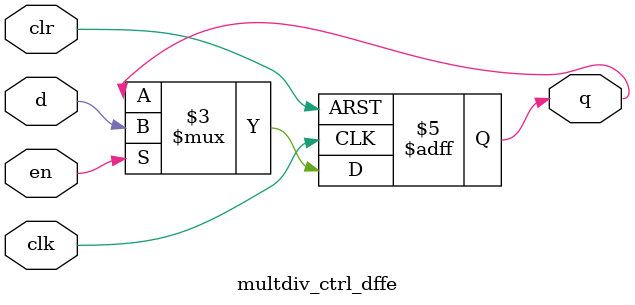
<source format=v>
module multdiv_ctrl_dffe (q, d, clk, en, clr);
   
   //Inputs
   input d, clk, en, clr;
   
   //Internal wire
   wire clr;

   //Output
   output q;
   
   //Register
   reg q;

   //Intialize q to 0
   initial
   begin
       q = 1'b1;
   end

   //Set value of q on negative edge of the clock or clear
   always @(negedge clk or posedge clr) begin
       //If clear is high, set q to 0
       if (clr) begin
           q <= 1'b0;
       //If enable is high, set q to the value of d
       end else if (en) begin
           q <= d;
       end
   end
endmodule
</source>
